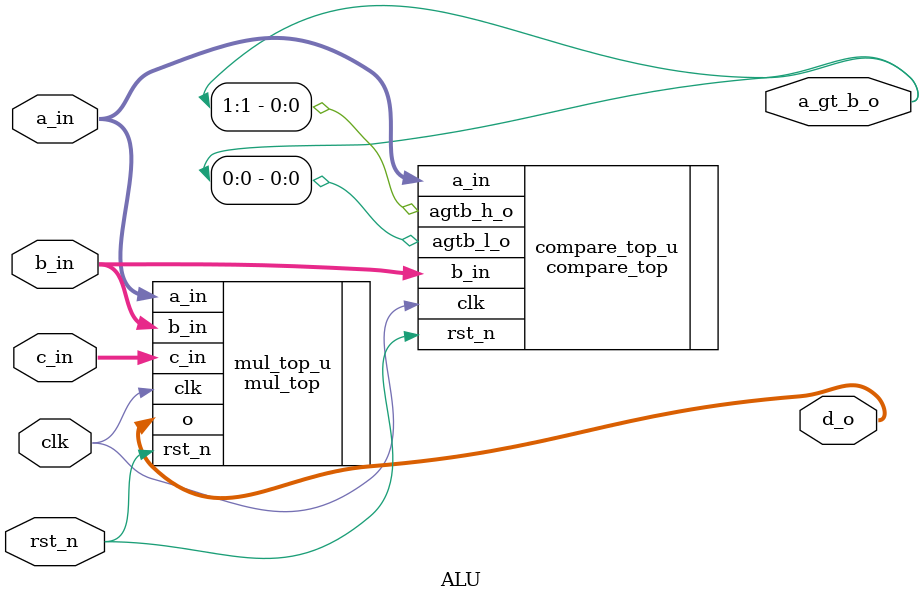
<source format=v>
`timescale 1ns / 1ps


module ALU (
         input clk,
         input rst_n,
         input [31:0] a_in,
         input [31:0] b_in,
         input [31:0] c_in,
         output [1:0] a_gt_b_o,
         output [31:0] d_o
       );
parameter OP_MUL = 00;
parameter OP_CMP = 11;
parameter OP_SHF = 01;

// multiply
mul_top mul_top_u(
          .clk(clk),
          .rst_n(rst_n),
          .a_in(a_in),
          .b_in(b_in),
          .c_in(c_in),
          .o(d_o)
        );

// compare
compare_top compare_top_u(
              .clk(clk),
              .rst_n(rst_n),
              .a_in(a_in),
              .b_in(b_in),
              .agtb_h_o(a_gt_b_o[1]),
              .agtb_l_o(a_gt_b_o[0])
            );

// shift

endmodule

</source>
